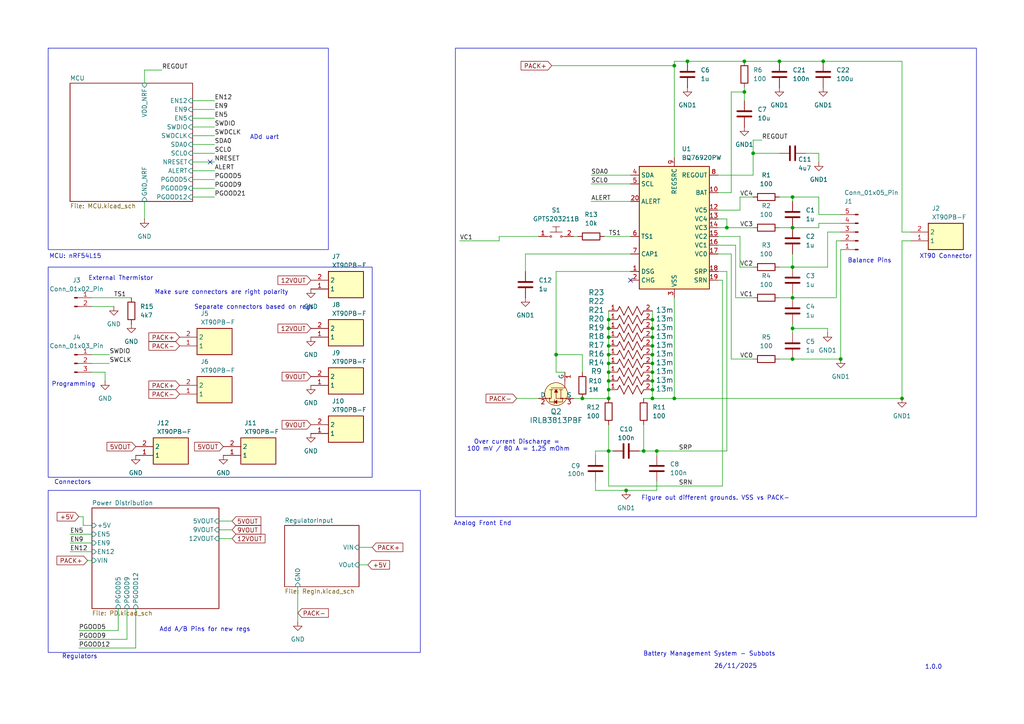
<source format=kicad_sch>
(kicad_sch (version 20250114) (generator "eeschema") (generator_version "9.0")
  (paper "A4")
  (lib_symbols
    (symbol "Battery_Management:BQ76920PW"
      (property "Reference" "U" (at -10.16 19.05 0))
      (property "Value" "BQ76920PW" (at 12.7 19.05 0))
      (symbol "BQ76920PW_1_0"
        (pin bidirectional line (at -12.7 7.62 0) (length 2.54) (name "ALERT") (number "20"))
        (pin passive line (at -12.7 -2.54 0) (length 2.54) (name "TS1") (number "6"))
        (pin passive line (at -12.7 -7.62 0) (length 2.54) (name "CAP1") (number "7"))
        (pin no_connect line (at -2.54 -17.78 90) (length 2.54) (hide yes) (name "NC") (number "11"))
        (pin power_in line (at 0 20.32 270) (length 2.54) (name "REGSRC") (number "9"))
        (pin power_out line (at 12.7 15.24 180) (length 2.54) (name "REGOUT") (number "8"))
        (pin input line (at 12.7 10.16 180) (length 2.54) (name "BAT") (number "10"))
        (pin input line (at 12.7 5.08 180) (length 2.54) (name "VC5") (number "12"))
        (pin input line (at 12.7 2.54 180) (length 2.54) (name "VC4") (number "13"))
        (pin input line (at 12.7 0 180) (length 2.54) (name "VC3") (number "14"))
        (pin input line (at 12.7 -2.54 180) (length 2.54) (name "VC2") (number "15"))
        (pin input line (at 12.7 -5.08 180) (length 2.54) (name "VC1") (number "16"))
        (pin input line (at 12.7 -7.62 180) (length 2.54) (name "VC0") (number "17"))
        (pin input line (at 12.7 -12.7 180) (length 2.54) (name "SRP") (number "18"))
        (pin input line (at 12.7 -15.24 180) (length 2.54) (name "SRN") (number "19"))
      )
      (symbol "BQ76920PW_1_1"
        (pin bidirectional line (at -12.7 15.24 0) (length 2.54) (name "SDA") (number "4"))
        (pin input line (at -12.7 12.7 0) (length 2.54) (name "SCL") (number "5"))
        (pin output line (at -12.7 -12.7 0) (length 2.54) (name "DSG") (number "1"))
        (pin output line (at -12.7 -15.24 0) (length 2.54) (name "CHG") (number "2"))
        (pin power_in line (at 0 -20.32 90) (length 2.54) (name "VSS") (number "3"))
      )
    )
    (symbol "Connector:Conn_01x02_Pin" (pin_names (offset 1.016) (hide yes))
      (property "Reference" "J" (at 0 2.54 0))
      (property "Value" "Conn_01x02_Pin" (at 0 -5.08 0))
      (symbol "Conn_01x02_Pin_1_1"
        (pin passive line (at 5.08 0 180) (length 3.81) (name "Pin_1") (number "1"))
        (pin passive line (at 5.08 -2.54 180) (length 3.81) (name "Pin_2") (number "2"))
      )
    )
    (symbol "Connector:Conn_01x03_Pin" (pin_names (offset 1.016) (hide yes))
      (property "Reference" "J" (at 0 5.08 0))
      (property "Value" "Conn_01x03_Pin" (at 0 -5.08 0))
      (symbol "Conn_01x03_Pin_1_1"
        (pin passive line (at 5.08 2.54 180) (length 3.81) (name "Pin_1") (number "1"))
        (pin passive line (at 5.08 0 180) (length 3.81) (name "Pin_2") (number "2"))
        (pin passive line (at 5.08 -2.54 180) (length 3.81) (name "Pin_3") (number "3"))
      )
    )
    (symbol "Connector:Conn_01x05_Pin" (pin_names (offset 1.016) (hide yes))
      (property "Reference" "J" (at 0 7.62 0))
      (property "Value" "Conn_01x05_Pin" (at 0 -7.62 0))
      (symbol "Conn_01x05_Pin_1_1"
        (pin passive line (at 5.08 5.08 180) (length 3.81) (name "Pin_1") (number "1"))
        (pin passive line (at 5.08 2.54 180) (length 3.81) (name "Pin_2") (number "2"))
        (pin passive line (at 5.08 0 180) (length 3.81) (name "Pin_3") (number "3"))
        (pin passive line (at 5.08 -2.54 180) (length 3.81) (name "Pin_4") (number "4"))
        (pin passive line (at 5.08 -5.08 180) (length 3.81) (name "Pin_5") (number "5"))
      )
    )
    (symbol "Device:C" (pin_numbers (hide yes)) (pin_names (offset 0.254))
      (property "Reference" "C" (at 0.635 2.54 0))
      (property "Value" "C" (at 0.635 -2.54 0))
      (symbol "C_1_1"
        (pin passive line (at 0 3.81 270) (length 2.794) (name "~") (number "1"))
        (pin passive line (at 0 -3.81 90) (length 2.794) (name "~") (number "2"))
      )
    )
    (symbol "Device:R" (pin_numbers (hide yes)) (pin_names (offset 0))
      (property "Reference" "R" (at 2.032 0 90))
      (property "Value" "R" (at 0 0 90))
      (symbol "R_1_1"
        (pin passive line (at 0 3.81 270) (length 1.27) (name "~") (number "1"))
        (pin passive line (at 0 -3.81 90) (length 1.27) (name "~") (number "2"))
      )
    )
    (symbol "LIB_XT90PB-F:XT90PB-F"
      (property "Reference" "J" (at 16.51 7.62 0))
      (property "Value" "XT90PB-F" (at 16.51 5.08 0))
      (symbol "XT90PB-F_1_1"
        (pin passive line (at 0 0 0) (length 5.08) (name "2") (number "2"))
        (pin passive line (at 0 -2.54 0) (length 5.08) (name "1") (number "1"))
      )
    )
    (symbol "dk_Pushbutton-Switches:GPTS203211B" (pin_names (offset 1.016))
      (property "Reference" "S" (at -3.81 3.81 0))
      (property "Value" "GPTS203211B" (at 0 -2.54 0))
      (symbol "GPTS203211B_1_1"
        (pin passive line (at -5.08 0 0) (length 2.54) (name "~") (number "1"))
        (pin passive line (at 5.08 0 180) (length 2.54) (name "~") (number "2"))
      )
    )
    (symbol "dk_Transistors-FETs-MOSFETs-Single:IRLB3034PBF" (pin_names (offset 0))
      (property "Reference" "Q" (at -2.6924 3.6322 0))
      (property "Value" "IRLB3034PBF" (at 3.4544 0 90))
      (symbol "IRLB3034PBF_1_1"
        (pin bidirectional line (at -7.62 -2.54 0) (length 2.54) (name "G") (number "1"))
        (pin bidirectional line (at 0 5.08 270) (length 2.54) (name "D") (number "2"))
        (pin bidirectional line (at 0 -5.08 90) (length 2.54) (name "S") (number "3"))
      )
    )
    (symbol "power:GND" (power) (pin_numbers (hide yes)) (pin_names (offset 0) (hide yes))
      (property "Value" "GND" (at 0 -3.81 0))
      (symbol "GND_1_1"
        (pin power_in line (at 0 0 270) (length 0) (name "~") (number "1"))
      )
    )
    (symbol "power:GND1" (power) (pin_numbers (hide yes)) (pin_names (offset 0) (hide yes))
      (property "Value" "GND1" (at 0 -3.81 0))
      (symbol "GND1_1_1"
        (pin power_in line (at 0 0 270) (length 0) (name "~") (number "1"))
      )
    )
    (symbol "ul_LTR100LJZPFSR015:LTR100LJZPFSR015" (pin_names (offset 0.254))
      (property "Reference" "R" (at 5.715 3.81 0))
      (property "Value" "LTR100LJZPFSR015" (at 6.35 -3.81 0))
      (symbol "LTR100LJZPFSR015_1_1"
        (pin unspecified line (at 0 0 0) (length 2.54) (name "") (number "1"))
        (pin unspecified line (at 12.7 0 180) (length 2.54) (name "") (number "2"))
      )
      (symbol "LTR100LJZPFSR015_1_2"
        (pin unspecified line (at 0 12.7 270) (length 2.54) (name "") (number "1"))
        (pin unspecified line (at 0 0 90) (length 2.54) (name "") (number "2"))
      )
    )
  )
  (rectangle (start 13.97 142.24) (end 121.92 189.23))
  (rectangle (start 13.97 77.47) (end 107.95 138.43))
  (rectangle (start 13.97 13.97) (end 95.25 72.39))
  (rectangle (start 132.08 13.97) (end 283.21 149.86))
  (text "Separate connectors based on regs\n" (at 73.66 89.154 0) (effects (font (size 1.27 1.27))))
  (text "Connectors\n" (at 21.082 139.954 0) (effects (font (size 1.27 1.27))))
  (text "Add A/B Pins for new regs\n" (at 59.436 182.626 0) (effects (font (size 1.27 1.27))))
  (text "Make sure connectors are right polarity\n" (at 64.262 84.836 0) (effects (font (size 1.27 1.27))))
  (text "Analog Front End\n" (at 139.954 151.892 0) (effects (font (size 1.27 1.27))))
  (text "ADd uart\n" (at 76.708 39.878 0) (effects (font (size 1.27 1.27))))
  (text "Regulators" (at 23.114 190.5 0) (effects (font (size 1.27 1.27))))
  (text "Balance Pins\n" (at 252.222 75.692 0) (effects (font (size 1.27 1.27))))
  (text "MCU: nRF54L15\n" (at 21.844 74.422 0) (effects (font (size 1.27 1.27))))
  (text "1.0.0\n" (at 270.764 193.548 0) (effects (font (size 1.27 1.27))))
  (text "Figure out different grounds. VSS vs PACK-" (at 207.518 144.526 0) (effects (font (size 1.27 1.27))))
  (text "External Thermistor\n" (at 35.052 80.772 0) (effects (font (size 1.27 1.27))))
  (text "26/11/2025" (at 213.36 193.294 0) (effects (font (size 1.27 1.27))))
  (text "Over current Discharge = \n100 mV / 80 A = 1.25 mOhm" (at 150.368 129.286 0) (effects (font (size 1.27 1.27))))
  (text "Battery Management System - Subbots" (at 205.74 189.738 0) (effects (font (size 1.27 1.27))))
  (text "XT90 Connector\n" (at 274.32 74.422 0) (effects (font (size 1.27 1.27))))
  (text "Programming\n" (at 21.336 111.506 0) (effects (font (size 1.27 1.27))))
  (junction (at 186.69 130.81))
  (junction (at 189.23 110.49))
  (junction (at 189.23 107.95))
  (junction (at 189.23 113.03))
  (junction (at 189.23 95.25))
  (junction (at 190.5 130.81))
  (junction (at 189.23 115.57))
  (junction (at 181.61 142.24))
  (junction (at 218.44 44.45))
  (junction (at 261.62 115.57))
  (junction (at 229.87 77.47))
  (junction (at 215.9 26.67))
  (junction (at 176.53 95.25))
  (junction (at 189.23 92.71))
  (junction (at 176.53 130.81))
  (junction (at 189.23 97.79))
  (junction (at 176.53 113.03))
  (junction (at 176.53 110.49))
  (junction (at 176.53 102.87))
  (junction (at 161.29 102.87))
  (junction (at 189.23 100.33))
  (junction (at 176.53 100.33))
  (junction (at 189.23 105.41))
  (junction (at 199.39 17.78))
  (junction (at 168.91 115.57))
  (junction (at 176.53 107.95))
  (junction (at 210.82 66.04))
  (junction (at 229.87 66.04))
  (junction (at 229.87 57.15))
  (junction (at 238.76 17.78))
  (junction (at 229.87 104.14))
  (junction (at 229.87 86.36))
  (junction (at 176.53 105.41))
  (junction (at 195.58 115.57))
  (junction (at 195.58 19.05))
  (junction (at 176.53 92.71))
  (junction (at 243.84 104.14))
  (junction (at 176.53 115.57))
  (junction (at 215.9 17.78))
  (junction (at 176.53 97.79))
  (junction (at 189.23 102.87))
  (junction (at 226.06 17.78))
  (junction (at 229.87 95.25))
  (no_connect (at 182.88 81.28))
  (no_connect (at 60.96 46.99))
  (bus_entry (at -673.1 320.04) (size 2.54 2.54))
  (bus_entry (at -787.4 276.86) (size 2.54 2.54))
  (bus_entry (at 15.24 320.04) (size 2.54 2.54))
  (bus_entry (at -707.39 326.39) (size 2.54 2.54))
  (wire (pts (xy 242.57 69.85) (xy 243.84 69.85)))
  (wire (pts (xy 189.23 90.17) (xy 189.23 92.71)))
  (wire (pts (xy 190.5 130.81) (xy 190.5 132.08)))
  (wire (pts (xy 22.86 149.86) (xy 24.13 149.86)))
  (wire (pts (xy 168.91 107.95) (xy 168.91 102.87)))
  (wire (pts (xy 226.06 44.45) (xy 218.44 44.45)))
  (wire (pts (xy 229.87 57.15) (xy 229.87 58.42)))
  (wire (pts (xy 172.72 139.7) (xy 172.72 142.24)))
  (wire (pts (xy 237.49 64.77) (xy 237.49 66.04)))
  (wire (pts (xy 63.5 156.21) (xy 67.31 156.21)))
  (wire (pts (xy 229.87 86.36) (xy 242.57 86.36)))
  (wire (pts (xy 55.88 41.91) (xy 62.23 41.91)))
  (wire (pts (xy 26.67 107.95) (xy 30.48 107.95)))
  (wire (pts (xy 161.29 102.87) (xy 161.29 78.74)))
  (wire (pts (xy 209.55 140.97) (xy 209.55 81.28)))
  (wire (pts (xy 261.62 67.31) (xy 261.62 17.78)))
  (wire (pts (xy 176.53 97.79) (xy 176.53 100.33)))
  (wire (pts (xy 214.63 77.47) (xy 214.63 68.58)))
  (wire (pts (xy 144.78 68.58) (xy 156.21 68.58)))
  (wire (pts (xy 195.58 115.57) (xy 195.58 86.36)))
  (wire (pts (xy 190.5 139.7) (xy 190.5 142.24)))
  (wire (pts (xy 214.63 60.96) (xy 214.63 57.15)))
  (wire (pts (xy 240.03 95.25) (xy 229.87 95.25)))
  (wire (pts (xy 208.28 66.04) (xy 210.82 66.04)))
  (wire (pts (xy 226.06 66.04) (xy 229.87 66.04)))
  (wire (pts (xy 26.67 105.41) (xy 31.75 105.41)))
  (wire (pts (xy 213.36 86.36) (xy 218.44 86.36)))
  (wire (pts (xy 243.84 72.39) (xy 243.84 104.14)))
  (wire (pts (xy 264.16 69.85) (xy 261.62 69.85)))
  (wire (pts (xy 24.13 152.4) (xy 26.67 152.4)))
  (wire (pts (xy 63.5 151.13) (xy 67.31 151.13)))
  (wire (pts (xy 240.03 96.52) (xy 240.03 95.25)))
  (wire (pts (xy 55.88 49.53) (xy 62.23 49.53)))
  (wire (pts (xy 41.91 58.42) (xy 41.91 63.5)))
  (wire (pts (xy 171.45 50.8) (xy 182.88 50.8)))
  (wire (pts (xy 176.53 90.17) (xy 176.53 92.71)))
  (wire (pts (xy 189.23 110.49) (xy 189.23 113.03)))
  (wire (pts (xy 168.91 115.57) (xy 176.53 115.57)))
  (wire (pts (xy 55.88 52.07) (xy 62.23 52.07)))
  (wire (pts (xy 242.57 86.36) (xy 242.57 69.85)))
  (wire (pts (xy 172.72 130.81) (xy 172.72 132.08)))
  (wire (pts (xy 22.86 185.42) (xy 36.83 185.42)))
  (wire (pts (xy 176.53 92.71) (xy 176.53 95.25)))
  (wire (pts (xy 34.29 182.88) (xy 34.29 176.53)))
  (wire (pts (xy 55.88 29.21) (xy 62.23 29.21)))
  (wire (pts (xy 189.23 107.95) (xy 189.23 110.49)))
  (wire (pts (xy 161.29 107.95) (xy 163.83 107.95)))
  (wire (pts (xy 104.14 163.83) (xy 106.68 163.83)))
  (wire (pts (xy 229.87 77.47) (xy 226.06 77.47)))
  (wire (pts (xy 86.36 170.18) (xy 86.36 180.34)))
  (wire (pts (xy 233.68 44.45) (xy 237.49 44.45)))
  (wire (pts (xy 30.48 107.95) (xy 30.48 110.49)))
  (wire (pts (xy 229.87 73.66) (xy 229.87 77.47)))
  (wire (pts (xy 55.88 57.15) (xy 62.23 57.15)))
  (wire (pts (xy 195.58 19.05) (xy 195.58 45.72)))
  (wire (pts (xy 168.91 102.87) (xy 161.29 102.87)))
  (wire (pts (xy 238.76 17.78) (xy 261.62 17.78)))
  (wire (pts (xy 212.09 73.66) (xy 208.28 73.66)))
  (wire (pts (xy 189.23 95.25) (xy 189.23 97.79)))
  (wire (pts (xy 39.37 187.96) (xy 39.37 176.53)))
  (wire (pts (xy 237.49 57.15) (xy 237.49 62.23)))
  (wire (pts (xy 212.09 55.88) (xy 212.09 26.67)))
  (wire (pts (xy 261.62 69.85) (xy 261.62 115.57)))
  (wire (pts (xy 25.4 162.56) (xy 26.67 162.56)))
  (wire (pts (xy 55.88 39.37) (xy 62.23 39.37)))
  (wire (pts (xy 215.9 17.78) (xy 199.39 17.78)))
  (wire (pts (xy 186.69 123.19) (xy 186.69 130.81)))
  (wire (pts (xy 226.06 17.78) (xy 238.76 17.78)))
  (wire (pts (xy 195.58 115.57) (xy 261.62 115.57)))
  (wire (pts (xy 195.58 19.05) (xy 195.58 17.78)))
  (wire (pts (xy 237.49 62.23) (xy 243.84 62.23)))
  (wire (pts (xy 36.83 185.42) (xy 36.83 176.53)))
  (wire (pts (xy 214.63 77.47) (xy 218.44 77.47)))
  (wire (pts (xy 229.87 93.98) (xy 229.87 95.25)))
  (wire (pts (xy 229.87 85.09) (xy 229.87 86.36)))
  (wire (pts (xy 218.44 50.8) (xy 208.28 50.8)))
  (wire (pts (xy 208.28 60.96) (xy 214.63 60.96)))
  (wire (pts (xy 237.49 44.45) (xy 237.49 46.99)))
  (wire (pts (xy 24.13 149.86) (xy 24.13 152.4)))
  (wire (pts (xy 176.53 102.87) (xy 176.53 105.41)))
  (wire (pts (xy 189.23 100.33) (xy 189.23 102.87)))
  (wire (pts (xy 20.32 157.48) (xy 26.67 157.48)))
  (wire (pts (xy 144.78 68.58) (xy 144.78 69.85)))
  (wire (pts (xy 214.63 57.15) (xy 218.44 57.15)))
  (wire (pts (xy 240.03 67.31) (xy 240.03 77.47)))
  (wire (pts (xy 175.26 68.58) (xy 182.88 68.58)))
  (wire (pts (xy 55.88 54.61) (xy 62.23 54.61)))
  (wire (pts (xy 20.32 154.94) (xy 26.67 154.94)))
  (wire (pts (xy 176.53 113.03) (xy 176.53 115.57)))
  (wire (pts (xy 189.23 92.71) (xy 189.23 95.25)))
  (wire (pts (xy 176.53 130.81) (xy 177.8 130.81)))
  (wire (pts (xy 55.88 46.99) (xy 62.23 46.99)))
  (wire (pts (xy 229.87 104.14) (xy 243.84 104.14)))
  (wire (pts (xy 212.09 26.67) (xy 215.9 26.67)))
  (wire (pts (xy 26.67 88.9) (xy 33.02 88.9)))
  (wire (pts (xy 176.53 100.33) (xy 176.53 102.87)))
  (wire (pts (xy 264.16 67.31) (xy 261.62 67.31)))
  (wire (pts (xy 55.88 44.45) (xy 62.23 44.45)))
  (wire (pts (xy 186.69 130.81) (xy 190.5 130.81)))
  (wire (pts (xy 171.45 53.34) (xy 182.88 53.34)))
  (wire (pts (xy 176.53 140.97) (xy 176.53 130.81)))
  (wire (pts (xy 166.37 68.58) (xy 167.64 68.58)))
  (wire (pts (xy 215.9 26.67) (xy 215.9 29.21)))
  (wire (pts (xy 209.55 140.97) (xy 176.53 140.97)))
  (wire (pts (xy 189.23 113.03) (xy 189.23 115.57)))
  (wire (pts (xy 229.87 66.04) (xy 237.49 66.04)))
  (wire (pts (xy 226.06 86.36) (xy 229.87 86.36)))
  (wire (pts (xy 212.09 104.14) (xy 212.09 73.66)))
  (wire (pts (xy 229.87 95.25) (xy 229.87 96.52)))
  (wire (pts (xy 171.45 58.42) (xy 182.88 58.42)))
  (wire (pts (xy 172.72 130.81) (xy 176.53 130.81)))
  (wire (pts (xy 215.9 25.4) (xy 215.9 26.67)))
  (wire (pts (xy 226.06 104.14) (xy 229.87 104.14)))
  (wire (pts (xy 26.67 86.36) (xy 38.1 86.36)))
  (wire (pts (xy 185.42 130.81) (xy 186.69 130.81)))
  (wire (pts (xy 22.86 182.88) (xy 34.29 182.88)))
  (wire (pts (xy 243.84 64.77) (xy 237.49 64.77)))
  (wire (pts (xy 55.88 36.83) (xy 62.23 36.83)))
  (wire (pts (xy 226.06 57.15) (xy 229.87 57.15)))
  (wire (pts (xy 218.44 44.45) (xy 218.44 50.8)))
  (wire (pts (xy 176.53 95.25) (xy 176.53 97.79)))
  (wire (pts (xy 144.78 69.85) (xy 133.35 69.85)))
  (wire (pts (xy 214.63 68.58) (xy 208.28 68.58)))
  (wire (pts (xy 63.5 153.67) (xy 67.31 153.67)))
  (wire (pts (xy 55.88 31.75) (xy 62.23 31.75)))
  (wire (pts (xy 149.86 115.57) (xy 156.21 115.57)))
  (wire (pts (xy 41.91 20.32) (xy 41.91 24.13)))
  (wire (pts (xy 210.82 130.81) (xy 210.82 78.74)))
  (wire (pts (xy 104.14 158.75) (xy 107.95 158.75)))
  (wire (pts (xy 218.44 40.64) (xy 220.98 40.64)))
  (wire (pts (xy 161.29 107.95) (xy 161.29 102.87)))
  (wire (pts (xy 166.37 115.57) (xy 168.91 115.57)))
  (wire (pts (xy 213.36 71.12) (xy 208.28 71.12)))
  (wire (pts (xy 212.09 104.14) (xy 218.44 104.14)))
  (wire (pts (xy 182.88 73.66) (xy 152.4 73.66)))
  (wire (pts (xy 189.23 105.41) (xy 189.23 107.95)))
  (wire (pts (xy 215.9 17.78) (xy 226.06 17.78)))
  (wire (pts (xy 161.29 78.74) (xy 182.88 78.74)))
  (wire (pts (xy 172.72 142.24) (xy 181.61 142.24)))
  (wire (pts (xy 189.23 115.57) (xy 195.58 115.57)))
  (wire (pts (xy 213.36 86.36) (xy 213.36 71.12)))
  (wire (pts (xy 195.58 17.78) (xy 199.39 17.78)))
  (wire (pts (xy 176.53 123.19) (xy 176.53 130.81)))
  (wire (pts (xy 190.5 130.81) (xy 210.82 130.81)))
  (wire (pts (xy 46.99 20.32) (xy 41.91 20.32)))
  (wire (pts (xy 210.82 63.5) (xy 210.82 66.04)))
  (wire (pts (xy 210.82 78.74) (xy 208.28 78.74)))
  (wire (pts (xy 181.61 142.24) (xy 190.5 142.24)))
  (wire (pts (xy 20.32 160.02) (xy 26.67 160.02)))
  (wire (pts (xy 240.03 77.47) (xy 229.87 77.47)))
  (wire (pts (xy 176.53 105.41) (xy 176.53 107.95)))
  (wire (pts (xy 189.23 102.87) (xy 189.23 105.41)))
  (wire (pts (xy 55.88 34.29) (xy 62.23 34.29)))
  (wire (pts (xy 186.69 115.57) (xy 189.23 115.57)))
  (wire (pts (xy 189.23 97.79) (xy 189.23 100.33)))
  (wire (pts (xy 208.28 63.5) (xy 210.82 63.5)))
  (wire (pts (xy 209.55 81.28) (xy 208.28 81.28)))
  (wire (pts (xy 229.87 57.15) (xy 237.49 57.15)))
  (wire (pts (xy 26.67 102.87) (xy 31.75 102.87)))
  (wire (pts (xy 243.84 67.31) (xy 240.03 67.31)))
  (wire (pts (xy 176.53 110.49) (xy 176.53 113.03)))
  (wire (pts (xy 160.02 19.05) (xy 195.58 19.05)))
  (wire (pts (xy 152.4 73.66) (xy 152.4 78.74)))
  (wire (pts (xy 208.28 55.88) (xy 212.09 55.88)))
  (wire (pts (xy 210.82 66.04) (xy 218.44 66.04)))
  (wire (pts (xy 22.86 187.96) (xy 39.37 187.96)))
  (wire (pts (xy 176.53 107.95) (xy 176.53 110.49)))
  (wire (pts (xy 218.44 40.64) (xy 218.44 44.45)))
  (label "SWCLK" (at 31.75 105.41 0))
  (label "SWDIO" (at 62.23 36.83 0))
  (label "VC3" (at 214.63 66.04 0))
  (label "EN9" (at 62.23 31.75 0))
  (label "VC1" (at 133.35 69.85 0))
  (label "SWDIO" (at 31.75 102.87 0))
  (label "VC0" (at 214.63 104.14 0))
  (label "REGOUT" (at 46.99 20.32 0))
  (label "VC1" (at 214.63 86.36 0))
  (label "EN5" (at 62.23 34.29 0))
  (label "VC4" (at 214.63 57.15 0))
  (label "SDA0" (at 62.23 41.91 0))
  (label "SDA0" (at 171.45 50.8 0))
  (label "ALERT" (at 62.23 49.53 0))
  (label "EN5" (at 20.32 154.94 0))
  (label "EN12" (at 20.32 160.02 0))
  (label "SRP" (at 196.85 130.81 0))
  (label "SCL0" (at 171.45 53.34 0))
  (label "PGOOD9" (at 62.23 54.61 0))
  (label "ALERT" (at 171.45 58.42 0))
  (label "PGOOD21" (at 62.23 57.15 0))
  (label "VC2" (at 214.63 77.47 0))
  (label "SCL0" (at 62.23 44.45 0))
  (label "EN12" (at 62.23 29.21 0))
  (label "PGOOD9" (at 22.86 185.42 0))
  (label "NRESET" (at 62.23 46.99 0))
  (label "REGOUT" (at 220.98 40.64 0))
  (label "PGOOD5" (at 22.86 182.88 0))
  (label "PGOOD12" (at 22.86 187.96 0))
  (label "EN9" (at 20.32 157.48 0))
  (label "TS1" (at 176.53 68.58 0))
  (label "PGOOD5" (at 62.23 52.07 0))
  (label "TS1" (at 33.02 86.36 0))
  (label "SRN" (at 196.85 140.97 0))
  (label "SWDCLK" (at 62.23 39.37 0))
  (global_label "12VOUT" (shape input) (at 90.17 95.25 180) (property "Intersheetrefs" "${INTERSHEET_REFS}" (effects (hide yes))))
  (global_label "PACK-" (shape input) (at 52.07 114.3 180) (property "Intersheetrefs" "${INTERSHEET_REFS}" (effects (hide yes))))
  (global_label "PACK-" (shape input) (at 149.86 115.57 180) (property "Intersheetrefs" "${INTERSHEET_REFS}" (effects (hide yes))))
  (global_label "9VOUT" (shape input) (at 90.17 109.22 180) (property "Intersheetrefs" "${INTERSHEET_REFS}" (effects (hide yes))))
  (global_label "PACK-" (shape input) (at 86.36 177.8 0) (property "Intersheetrefs" "${INTERSHEET_REFS}" (effects (hide yes))))
  (global_label "PACK+" (shape input) (at 25.4 162.56 180) (property "Intersheetrefs" "${INTERSHEET_REFS}" (effects (hide yes))))
  (global_label "5VOUT" (shape input) (at 67.31 151.13 0) (property "Intersheetrefs" "${INTERSHEET_REFS}" (effects (hide yes))))
  (global_label "5VOUT" (shape input) (at 64.77 129.54 180) (property "Intersheetrefs" "${INTERSHEET_REFS}" (effects (hide yes))))
  (global_label "PACK+" (shape input) (at 107.95 158.75 0) (property "Intersheetrefs" "${INTERSHEET_REFS}" (effects (hide yes))))
  (global_label "12VOUT" (shape input) (at 67.31 156.21 0) (property "Intersheetrefs" "${INTERSHEET_REFS}" (effects (hide yes))))
  (global_label "9VOUT" (shape input) (at 67.31 153.67 0) (property "Intersheetrefs" "${INTERSHEET_REFS}" (effects (hide yes))))
  (global_label "PACK+" (shape input) (at 160.02 19.05 180) (property "Intersheetrefs" "${INTERSHEET_REFS}" (effects (hide yes))))
  (global_label "+5V" (shape input) (at 22.86 149.86 180) (property "Intersheetrefs" "${INTERSHEET_REFS}" (effects (hide yes))))
  (global_label "PACK+" (shape input) (at 52.07 111.76 180) (property "Intersheetrefs" "${INTERSHEET_REFS}" (effects (hide yes))))
  (global_label "5VOUT" (shape input) (at 39.37 129.54 180) (property "Intersheetrefs" "${INTERSHEET_REFS}" (effects (hide yes))))
  (global_label "9VOUT" (shape input) (at 90.17 123.19 180) (property "Intersheetrefs" "${INTERSHEET_REFS}" (effects (hide yes))))
  (global_label "12VOUT" (shape input) (at 90.17 81.28 180) (property "Intersheetrefs" "${INTERSHEET_REFS}" (effects (hide yes))))
  (global_label "+5V" (shape input) (at 106.68 163.83 0) (property "Intersheetrefs" "${INTERSHEET_REFS}" (effects (hide yes))))
  (global_label "PACK-" (shape input) (at 52.07 100.33 180) (property "Intersheetrefs" "${INTERSHEET_REFS}" (effects (hide yes))))
  (global_label "PACK+" (shape input) (at 52.07 97.79 180) (property "Intersheetrefs" "${INTERSHEET_REFS}" (effects (hide yes))))
  (symbol (lib_id "Device:R") (at 222.25 86.36 90) (unit 1)
    (property "Reference" "R4" (at 222.25 80.01 90))
    (property "Value" "100" (at 222.25 82.55 90))
    (property "Footprint" "Resistor_SMD:R_0805_2012Metric_Pad1.20x1.40mm_HandSolder" (effects (hide yes)))
    (property "Description" "Resistor" (effects (hide yes)))
  )
  (symbol (lib_id "ul_LTR100LJZPFSR015:LTR100LJZPFSR015") (at 176.53 95.25 0) (unit 1)
    (property "Reference" "R21" (at 172.974 89.916 0) (effects (font (size 1.524 1.524))))
    (property "Value" "13m" (at 192.786 94.996 0) (effects (font (size 1.524 1.524))))
    (property "Footprint" "ul_LTR100LJZPFSR015:RES_LTR100L_ROM" (effects (hide yes)))
    (property "Datasheet" "LTR100LJZPFSR015" (effects (hide yes)))
  )
  (symbol (lib_id "power:GND1") (at 238.76 25.4 0) (unit 1)
    (property "Reference" "#PWR014" (effects (hide yes)))
    (property "Value" "GND1" (at 238.76 30.48 0))
    (property "Description" "Power symbol creates a global label with name \"GND1\" , ground" (effects (hide yes)))
  )
  (symbol (lib_id "power:GND1") (at 243.84 104.14 0) (unit 1)
    (property "Reference" "#PWR036" (effects (hide yes)))
    (property "Value" "GND1" (at 243.84 109.22 0))
    (property "Description" "Power symbol creates a global label with name \"GND1\" , ground" (effects (hide yes)))
  )
  (symbol (lib_id "ul_LTR100LJZPFSR015:LTR100LJZPFSR015") (at 176.53 110.49 0) (unit 1)
    (property "Reference" "R14" (at 172.974 105.156 0) (effects (font (size 1.524 1.524))))
    (property "Value" "13m" (at 192.786 110.236 0) (effects (font (size 1.524 1.524))))
    (property "Footprint" "ul_LTR100LJZPFSR015:RES_LTR100L_ROM" (effects (hide yes)))
    (property "Datasheet" "LTR100LJZPFSR015" (effects (hide yes)))
  )
  (symbol (lib_id "Device:R") (at 222.25 77.47 90) (unit 1)
    (property "Reference" "R3" (at 222.25 71.12 90))
    (property "Value" "100" (at 222.25 73.66 90))
    (property "Footprint" "Resistor_SMD:R_0805_2012Metric_Pad1.20x1.40mm_HandSolder" (effects (hide yes)))
    (property "Description" "Resistor" (effects (hide yes)))
  )
  (symbol (lib_id "power:GND1") (at 215.9 36.83 0) (unit 1)
    (property "Reference" "#PWR03" (effects (hide yes)))
    (property "Value" "GND1" (at 215.9 41.91 0))
    (property "Description" "Power symbol creates a global label with name \"GND1\" , ground" (effects (hide yes)))
  )
  (symbol (lib_id "Device:C") (at 229.87 90.17 0) (unit 1)
    (property "Reference" "C4" (at 233.68 88.8999 0) (effects (justify left)))
    (property "Value" "1u" (at 233.68 91.4399 0) (effects (justify left)))
    (property "Footprint" "Capacitor_SMD:C_0805_2012Metric_Pad1.18x1.45mm_HandSolder" (effects (hide yes)))
    (property "Description" "Unpolarized capacitor" (effects (hide yes)))
  )
  (symbol (lib_id "Device:C") (at 199.39 21.59 0) (unit 1)
    (property "Reference" "C6" (at 203.2 20.3199 0) (effects (justify left)))
    (property "Value" "1u" (at 203.2 22.8599 0) (effects (justify left)))
    (property "Footprint" "Capacitor_SMD:C_0805_2012Metric_Pad1.18x1.45mm_HandSolder" (effects (hide yes)))
    (property "Description" "Unpolarized capacitor" (effects (hide yes)))
  )
  (symbol (lib_id "dk_Pushbutton-Switches:GPTS203211B") (at 161.29 68.58 0) (unit 1)
    (property "Reference" "S1" (at 161.29 60.96 0))
    (property "Value" "GPTS203211B" (at 161.29 63.5 0))
    (property "Footprint" "digikey-footprints:PushButton_12x12mm_THT_GPTS203211B" (effects (hide yes)))
    (property "Datasheet" "http://switches-connectors-custom.cwind.com/Asset/GPTS203211BR2.pdf" (effects (hide yes)))
    (property "Description" "SWITCH PUSHBUTTON SPST 1A 30V" (effects (hide yes)))
    (property "Digi-Key_PN" "CW181-ND" (effects (hide yes)))
    (property "MPN" "GPTS203211B" (effects (hide yes)))
    (property "Category" "Switches" (effects (hide yes)))
    (property "Family" "Pushbutton Switches" (effects (hide yes)))
    (property "DK_Datasheet_Link" "http://switches-connectors-custom.cwind.com/Asset/GPTS203211BR2.pdf" (effects (hide yes)))
    (property "DK_Detail_Page" "/product-detail/en/cw-industries/GPTS203211B/CW181-ND/3190590" (effects (hide yes)))
    (property "Description_1" "SWITCH PUSHBUTTON SPST 1A 30V" (effects (hide yes)))
    (property "Manufacturer" "CW Industries" (effects (hide yes)))
    (property "Status" "Active" (effects (hide yes)))
  )
  (symbol (lib_id "Device:R") (at 176.53 119.38 0) (mirror x) (unit 1)
    (property "Reference" "R12" (at 173.99 118.1099 0) (effects (justify right)))
    (property "Value" "100" (at 173.99 120.6499 0) (effects (justify right)))
    (property "Footprint" "Resistor_SMD:R_0805_2012Metric_Pad1.20x1.40mm_HandSolder" (effects (hide yes)))
    (property "Description" "Resistor" (effects (hide yes)))
  )
  (symbol (lib_id "Device:R") (at 222.25 57.15 90) (unit 1)
    (property "Reference" "R1" (at 222.25 50.8 90))
    (property "Value" "100" (at 222.25 53.34 90))
    (property "Footprint" "Resistor_SMD:R_0805_2012Metric_Pad1.20x1.40mm_HandSolder" (effects (hide yes)))
    (property "Description" "Resistor" (effects (hide yes)))
  )
  (symbol (lib_id "Connector:Conn_01x05_Pin") (at 248.92 67.31 180) (unit 1)
    (property "Reference" "J1" (at 244.856 58.42 0) (effects (justify right)))
    (property "Value" "Conn_01x05_Pin" (at 244.856 55.88 0) (effects (justify right)))
    (property "Footprint" "Connector_JST:JST_XH_B5B-XH-A_1x05_P2.50mm_Vertical" (effects (hide yes)))
    (property "Description" "Generic connector, single row, 01x05, script generated" (effects (hide yes)))
  )
  (symbol (lib_id "power:GND") (at 33.02 88.9 0) (unit 1)
    (property "Reference" "#PWR09" (effects (hide yes)))
    (property "Value" "GND" (at 33.02 93.98 0))
    (property "Description" "Power symbol creates a global label with name \"GND\" , ground" (effects (hide yes)))
  )
  (symbol (lib_id "power:GND") (at 41.91 63.5 0) (unit 1)
    (property "Reference" "#PWR06" (effects (hide yes)))
    (property "Value" "GND" (at 41.91 68.58 0))
    (property "Description" "Power symbol creates a global label with name \"GND\" , ground" (effects (hide yes)))
  )
  (symbol (lib_id "Device:C") (at 172.72 135.89 0) (unit 1)
    (property "Reference" "C9" (at 165.608 135.128 0) (effects (justify left)))
    (property "Value" "100n" (at 164.592 137.414 0) (effects (justify left)))
    (property "Footprint" "Capacitor_SMD:C_0805_2012Metric_Pad1.18x1.45mm_HandSolder" (effects (hide yes)))
    (property "Description" "Unpolarized capacitor" (effects (hide yes)))
  )
  (symbol (lib_id "power:GND") (at 39.37 132.08 0) (unit 1)
    (property "Reference" "#PWR056" (effects (hide yes)))
    (property "Value" "GND" (at 39.37 137.16 0))
    (property "Description" "Power symbol creates a global label with name \"GND\" , ground" (effects (hide yes)))
  )
  (symbol (lib_id "Battery_Management:BQ76920PW") (at 195.58 66.04 0) (unit 1)
    (property "Reference" "U1" (at 197.7233 43.18 0) (effects (justify left)))
    (property "Value" "BQ76920PW" (at 197.7233 45.72 0) (effects (justify left)))
    (property "Footprint" "Package_SO:TSSOP-20_4.4x6.5mm_P0.65mm" (effects (hide yes)))
    (property "Datasheet" "http://www.ti.com/lit/ds/symlink/bq76920.pdf" (effects (hide yes)))
    (property "Description" "Lithium battery monitor, 3-5 cells, integrated balancing, I2C interface, TSSOP-20" (effects (hide yes)))
  )
  (symbol (lib_id "LIB_XT90PB-F:XT90PB-F") (at 264.16 67.31 0) (unit 1)
    (property "Reference" "J2" (at 270.256 60.452 0) (effects (justify left)))
    (property "Value" "XT90PB-F" (at 270.256 62.992 0) (effects (justify left)))
    (property "Footprint" "XT90PB-F:XT90PBF" (effects (hide yes)))
    (property "Datasheet" "https://www.china-amass.com/biao/439.html" (effects (hide yes)))
    (property "Description" "Connector: DC supply; socket; XT90; female; PIN: 2; on PCBs; THT" (effects (hide yes)))
    (property "Height" "19.7" (effects (hide yes)))
    (property "Manufacturer_Name" "Amass" (effects (hide yes)))
    (property "Manufacturer_Part_Number" "XT90PB-F" (effects (hide yes)))
  )
  (symbol (lib_id "Device:C") (at 238.76 21.59 0) (unit 1)
    (property "Reference" "C22" (at 242.57 20.3199 0) (effects (justify left)))
    (property "Value" "100u" (at 242.57 22.8599 0) (effects (justify left)))
    (property "Footprint" "Capacitor_SMD:C_0805_2012Metric_Pad1.18x1.45mm_HandSolder" (effects (hide yes)))
    (property "Description" "Unpolarized capacitor" (effects (hide yes)))
  )
  (symbol (lib_id "LIB_XT90PB-F:XT90PB-F") (at 52.07 97.79 0) (unit 1)
    (property "Reference" "J5" (at 58.166 90.932 0) (effects (justify left)))
    (property "Value" "XT90PB-F" (at 58.166 93.472 0) (effects (justify left)))
    (property "Footprint" "XT90PB-F:XT90PBF" (effects (hide yes)))
    (property "Datasheet" "https://www.china-amass.com/biao/439.html" (effects (hide yes)))
    (property "Description" "Connector: DC supply; socket; XT90; female; PIN: 2; on PCBs; THT" (effects (hide yes)))
    (property "Height" "19.7" (effects (hide yes)))
    (property "Manufacturer_Name" "Amass" (effects (hide yes)))
    (property "Manufacturer_Part_Number" "XT90PB-F" (effects (hide yes)))
  )
  (symbol (lib_id "power:GND1") (at 240.03 96.52 0) (unit 1)
    (property "Reference" "#PWR01" (effects (hide yes)))
    (property "Value" "GND1" (at 240.03 101.6 0))
    (property "Description" "Power symbol creates a global label with name \"GND1\" , ground" (effects (hide yes)))
  )
  (symbol (lib_id "Connector:Conn_01x03_Pin") (at 21.59 105.41 0) (unit 1)
    (property "Reference" "J4" (at 22.225 97.79 0))
    (property "Value" "Conn_01x03_Pin" (at 22.225 100.33 0))
    (property "Footprint" "Connector_PinHeader_2.54mm:PinHeader_1x03_P2.54mm_Vertical" (effects (hide yes)))
    (property "Description" "Generic connector, single row, 01x03, script generated" (effects (hide yes)))
  )
  (symbol (lib_id "power:GND1") (at 237.49 46.99 0) (unit 1)
    (property "Reference" "#PWR07" (effects (hide yes)))
    (property "Value" "GND1" (at 237.49 52.07 0))
    (property "Description" "Power symbol creates a global label with name \"GND1\" , ground" (effects (hide yes)))
  )
  (symbol (lib_id "Device:C") (at 229.87 69.85 0) (unit 1)
    (property "Reference" "C2" (at 233.68 68.5799 0) (effects (justify left)))
    (property "Value" "1u" (at 233.68 71.1199 0) (effects (justify left)))
    (property "Footprint" "Capacitor_SMD:C_0805_2012Metric_Pad1.18x1.45mm_HandSolder" (effects (hide yes)))
    (property "Description" "Unpolarized capacitor" (effects (hide yes)))
  )
  (symbol (lib_id "ul_LTR100LJZPFSR015:LTR100LJZPFSR015") (at 176.53 97.79 0) (unit 1)
    (property "Reference" "R20" (at 172.974 92.456 0) (effects (font (size 1.524 1.524))))
    (property "Value" "13m" (at 192.786 97.536 0) (effects (font (size 1.524 1.524))))
    (property "Footprint" "ul_LTR100LJZPFSR015:RES_LTR100L_ROM" (effects (hide yes)))
    (property "Datasheet" "LTR100LJZPFSR015" (effects (hide yes)))
  )
  (symbol (lib_id "power:GND") (at 38.1 93.98 0) (unit 1)
    (property "Reference" "#PWR011" (effects (hide yes)))
    (property "Value" "GND" (at 38.1 99.06 0))
    (property "Description" "Power symbol creates a global label with name \"GND\" , ground" (effects (hide yes)))
  )
  (symbol (lib_id "dk_Transistors-FETs-MOSFETs-Single:IRLB3034PBF") (at 161.29 115.57 90) (mirror x) (unit 1)
    (property "Reference" "Q2" (at 161.29 119.38 90) (effects (font (size 1.524 1.524))))
    (property "Value" "IRLB3813PBF" (at 161.29 121.92 90) (effects (font (size 1.524 1.524))))
    (property "Footprint" "digikey-footprints:TO-220-3" (effects (hide yes)))
    (property "Datasheet" "https://www.infineon.com/dgdl/irlb3034pbf.pdf?fileId=5546d462533600a40153566027b22585" (effects (hide yes)))
    (property "Description" "MOSFET N-CH 40V 195A TO220AB" (effects (hide yes)))
    (property "Digi-Key_PN" "IRLB3034PBF-ND" (effects (hide yes)))
    (property "MPN" "IRLB3034PBF" (effects (hide yes)))
    (property "Category" "Discrete Semiconductor Products" (effects (hide yes)))
    (property "Family" "Transistors - FETs, MOSFETs - Single" (effects (hide yes)))
    (property "DK_Datasheet_Link" "https://www.infineon.com/dgdl/irlb3034pbf.pdf?fileId=5546d462533600a40153566027b22585" (effects (hide yes)))
    (property "DK_Detail_Page" "/product-detail/en/infineon-technologies/IRLB3034PBF/IRLB3034PBF-ND/2096638" (effects (hide yes)))
    (property "Description_1" "MOSFET N-CH 40V 195A TO220AB" (effects (hide yes)))
    (property "Manufacturer" "Infineon Technologies" (effects (hide yes)))
    (property "Status" "Active" (effects (hide yes)))
  )
  (symbol (lib_id "power:GND1") (at 181.61 142.24 0) (unit 1)
    (property "Reference" "#PWR035" (effects (hide yes)))
    (property "Value" "GND1" (at 181.61 147.32 0))
    (property "Description" "Power symbol creates a global label with name \"GND1\" , ground" (effects (hide yes)))
  )
  (symbol (lib_id "Device:R") (at 222.25 66.04 90) (unit 1)
    (property "Reference" "R2" (at 222.25 59.69 90))
    (property "Value" "100" (at 222.25 62.23 90))
    (property "Footprint" "Resistor_SMD:R_0805_2012Metric_Pad1.20x1.40mm_HandSolder" (effects (hide yes)))
    (property "Description" "Resistor" (effects (hide yes)))
  )
  (symbol (lib_id "Device:C") (at 226.06 21.59 0) (unit 1)
    (property "Reference" "C21" (at 229.87 20.3199 0) (effects (justify left)))
    (property "Value" "100n" (at 229.87 22.8599 0) (effects (justify left)))
    (property "Footprint" "Capacitor_SMD:C_0805_2012Metric_Pad1.18x1.45mm_HandSolder" (effects (hide yes)))
    (property "Description" "Unpolarized capacitor" (effects (hide yes)))
  )
  (symbol (lib_id "LIB_XT90PB-F:XT90PB-F") (at 39.37 129.54 0) (unit 1)
    (property "Reference" "J12" (at 45.466 122.682 0) (effects (justify left)))
    (property "Value" "XT90PB-F" (at 45.466 125.222 0) (effects (justify left)))
    (property "Footprint" "XT90PB-F:XT90PBF" (effects (hide yes)))
    (property "Datasheet" "https://www.china-amass.com/biao/439.html" (effects (hide yes)))
    (property "Description" "Connector: DC supply; socket; XT90; female; PIN: 2; on PCBs; THT" (effects (hide yes)))
    (property "Height" "19.7" (effects (hide yes)))
    (property "Manufacturer_Name" "Amass" (effects (hide yes)))
    (property "Manufacturer_Part_Number" "XT90PB-F" (effects (hide yes)))
  )
  (symbol (lib_id "LIB_XT90PB-F:XT90PB-F") (at 90.17 95.25 0) (unit 1)
    (property "Reference" "J8" (at 96.266 88.392 0) (effects (justify left)))
    (property "Value" "XT90PB-F" (at 96.266 90.932 0) (effects (justify left)))
    (property "Footprint" "XT90PB-F:XT90PBF" (effects (hide yes)))
    (property "Datasheet" "https://www.china-amass.com/biao/439.html" (effects (hide yes)))
    (property "Description" "Connector: DC supply; socket; XT90; female; PIN: 2; on PCBs; THT" (effects (hide yes)))
    (property "Height" "19.7" (effects (hide yes)))
    (property "Manufacturer_Name" "Amass" (effects (hide yes)))
    (property "Manufacturer_Part_Number" "XT90PB-F" (effects (hide yes)))
  )
  (symbol (lib_id "ul_LTR100LJZPFSR015:LTR100LJZPFSR015") (at 176.53 105.41 0) (unit 1)
    (property "Reference" "R17" (at 172.974 100.076 0) (effects (font (size 1.524 1.524))))
    (property "Value" "13m" (at 192.786 105.156 0) (effects (font (size 1.524 1.524))))
    (property "Footprint" "ul_LTR100LJZPFSR015:RES_LTR100L_ROM" (effects (hide yes)))
    (property "Datasheet" "LTR100LJZPFSR015" (effects (hide yes)))
  )
  (symbol (lib_id "ul_LTR100LJZPFSR015:LTR100LJZPFSR015") (at 176.53 92.71 0) (unit 1)
    (property "Reference" "R22" (at 172.974 87.376 0) (effects (font (size 1.524 1.524))))
    (property "Value" "13m" (at 192.786 92.456 0) (effects (font (size 1.524 1.524))))
    (property "Footprint" "ul_LTR100LJZPFSR015:RES_LTR100L_ROM" (effects (hide yes)))
    (property "Datasheet" "LTR100LJZPFSR015" (effects (hide yes)))
  )
  (symbol (lib_id "LIB_XT90PB-F:XT90PB-F") (at 90.17 123.19 0) (unit 1)
    (property "Reference" "J10" (at 96.266 116.332 0) (effects (justify left)))
    (property "Value" "XT90PB-F" (at 96.266 118.872 0) (effects (justify left)))
    (property "Footprint" "XT90PB-F:XT90PBF" (effects (hide yes)))
    (property "Datasheet" "https://www.china-amass.com/biao/439.html" (effects (hide yes)))
    (property "Description" "Connector: DC supply; socket; XT90; female; PIN: 2; on PCBs; THT" (effects (hide yes)))
    (property "Height" "19.7" (effects (hide yes)))
    (property "Manufacturer_Name" "Amass" (effects (hide yes)))
    (property "Manufacturer_Part_Number" "XT90PB-F" (effects (hide yes)))
  )
  (symbol (lib_id "Device:C") (at 152.4 82.55 0) (unit 1)
    (property "Reference" "C12" (at 156.21 81.2799 0) (effects (justify left)))
    (property "Value" "1u" (at 156.21 83.8199 0) (effects (justify left)))
    (property "Footprint" "Capacitor_SMD:C_0805_2012Metric_Pad1.18x1.45mm_HandSolder" (effects (hide yes)))
    (property "Description" "Unpolarized capacitor" (effects (hide yes)))
  )
  (symbol (lib_id "LIB_XT90PB-F:XT90PB-F") (at 52.07 111.76 0) (unit 1)
    (property "Reference" "J6" (at 58.166 104.902 0) (effects (justify left)))
    (property "Value" "XT90PB-F" (at 58.166 107.442 0) (effects (justify left)))
    (property "Footprint" "XT90PB-F:XT90PBF" (effects (hide yes)))
    (property "Datasheet" "https://www.china-amass.com/biao/439.html" (effects (hide yes)))
    (property "Description" "Connector: DC supply; socket; XT90; female; PIN: 2; on PCBs; THT" (effects (hide yes)))
    (property "Height" "19.7" (effects (hide yes)))
    (property "Manufacturer_Name" "Amass" (effects (hide yes)))
    (property "Manufacturer_Part_Number" "XT90PB-F" (effects (hide yes)))
  )
  (symbol (lib_id "power:GND1") (at 199.39 25.4 0) (unit 1)
    (property "Reference" "#PWR02" (effects (hide yes)))
    (property "Value" "GND1" (at 199.39 30.48 0))
    (property "Description" "Power symbol creates a global label with name \"GND1\" , ground" (effects (hide yes)))
  )
  (symbol (lib_id "power:GND1") (at 261.62 115.57 0) (unit 1)
    (property "Reference" "#PWR05" (effects (hide yes)))
    (property "Value" "GND1" (at 261.62 120.65 0))
    (property "Description" "Power symbol creates a global label with name \"GND1\" , ground" (effects (hide yes)))
  )
  (symbol (lib_id "Device:R") (at 222.25 104.14 90) (unit 1)
    (property "Reference" "R5" (at 222.25 97.79 90))
    (property "Value" "100" (at 222.25 100.33 90))
    (property "Footprint" "Resistor_SMD:R_0805_2012Metric_Pad1.20x1.40mm_HandSolder" (effects (hide yes)))
    (property "Description" "Resistor" (effects (hide yes)))
  )
  (symbol (lib_id "Device:R") (at 215.9 21.59 0) (unit 1)
    (property "Reference" "R6" (at 218.44 20.3199 0) (effects (justify left)))
    (property "Value" "100" (at 218.44 22.8599 0) (effects (justify left)))
    (property "Footprint" "Resistor_SMD:R_0805_2012Metric_Pad1.20x1.40mm_HandSolder" (effects (hide yes)))
    (property "Description" "Resistor" (effects (hide yes)))
  )
  (symbol (lib_id "Device:C") (at 215.9 33.02 0) (unit 1)
    (property "Reference" "C7" (at 219.71 31.7499 0) (effects (justify left)))
    (property "Value" "10u" (at 219.71 34.2899 0) (effects (justify left)))
    (property "Footprint" "Capacitor_SMD:C_0805_2012Metric_Pad1.18x1.45mm_HandSolder" (effects (hide yes)))
    (property "Description" "Unpolarized capacitor" (effects (hide yes)))
  )
  (symbol (lib_id "power:GND") (at 90.17 111.76 0) (unit 1)
    (property "Reference" "#PWR059" (effects (hide yes)))
    (property "Value" "GND" (at 90.17 116.84 0))
    (property "Description" "Power symbol creates a global label with name \"GND\" , ground" (effects (hide yes)))
  )
  (symbol (lib_id "Device:C") (at 190.5 135.89 0) (unit 1)
    (property "Reference" "C8" (at 194.31 134.6199 0) (effects (justify left)))
    (property "Value" "100n" (at 194.31 137.1599 0) (effects (justify left)))
    (property "Footprint" "Capacitor_SMD:C_0805_2012Metric_Pad1.18x1.45mm_HandSolder" (effects (hide yes)))
    (property "Description" "Unpolarized capacitor" (effects (hide yes)))
  )
  (symbol (lib_id "Connector:Conn_01x02_Pin") (at 21.59 86.36 0) (unit 1)
    (property "Reference" "J3" (at 22.225 81.28 0))
    (property "Value" "Conn_01x02_Pin" (at 22.225 83.82 0))
    (property "Footprint" "Connector_PinHeader_2.54mm:PinHeader_1x02_P2.54mm_Vertical" (effects (hide yes)))
    (property "Description" "Generic connector, single row, 01x02, script generated" (effects (hide yes)))
  )
  (symbol (lib_id "power:GND") (at 30.48 110.49 0) (unit 1)
    (property "Reference" "#PWR010" (effects (hide yes)))
    (property "Value" "GND" (at 30.48 115.57 0))
    (property "Description" "Power symbol creates a global label with name \"GND\" , ground" (effects (hide yes)))
  )
  (symbol (lib_id "Device:R") (at 38.1 90.17 0) (unit 1)
    (property "Reference" "R15" (at 40.64 88.8999 0) (effects (justify left)))
    (property "Value" "4k7" (at 40.64 91.4399 0) (effects (justify left)))
    (property "Footprint" "Resistor_SMD:R_0805_2012Metric_Pad1.20x1.40mm_HandSolder" (effects (hide yes)))
    (property "Description" "Resistor" (effects (hide yes)))
  )
  (symbol (lib_id "Device:C") (at 229.87 81.28 0) (unit 1)
    (property "Reference" "C3" (at 233.68 80.0099 0) (effects (justify left)))
    (property "Value" "1u" (at 233.68 82.5499 0) (effects (justify left)))
    (property "Footprint" "Capacitor_SMD:C_0805_2012Metric_Pad1.18x1.45mm_HandSolder" (effects (hide yes)))
    (property "Description" "Unpolarized capacitor" (effects (hide yes)))
  )
  (symbol (lib_id "Device:C") (at 181.61 130.81 90) (unit 1)
    (property "Reference" "C10" (at 181.61 124.46 90))
    (property "Value" "100n" (at 181.61 127 90))
    (property "Footprint" "Capacitor_SMD:C_0805_2012Metric_Pad1.18x1.45mm_HandSolder" (effects (hide yes)))
    (property "Description" "Unpolarized capacitor" (effects (hide yes)))
  )
  (symbol (lib_id "LIB_XT90PB-F:XT90PB-F") (at 90.17 109.22 0) (unit 1)
    (property "Reference" "J9" (at 96.266 102.362 0) (effects (justify left)))
    (property "Value" "XT90PB-F" (at 96.266 104.902 0) (effects (justify left)))
    (property "Footprint" "XT90PB-F:XT90PBF" (effects (hide yes)))
    (property "Datasheet" "https://www.china-amass.com/biao/439.html" (effects (hide yes)))
    (property "Description" "Connector: DC supply; socket; XT90; female; PIN: 2; on PCBs; THT" (effects (hide yes)))
    (property "Height" "19.7" (effects (hide yes)))
    (property "Manufacturer_Name" "Amass" (effects (hide yes)))
    (property "Manufacturer_Part_Number" "XT90PB-F" (effects (hide yes)))
  )
  (symbol (lib_id "power:GND1") (at 226.06 25.4 0) (unit 1)
    (property "Reference" "#PWR013" (effects (hide yes)))
    (property "Value" "GND1" (at 226.06 30.48 0))
    (property "Description" "Power symbol creates a global label with name \"GND1\" , ground" (effects (hide yes)))
  )
  (symbol (lib_id "Device:R") (at 168.91 111.76 0) (unit 1)
    (property "Reference" "R10" (at 170.688 110.49 0) (effects (justify left)))
    (property "Value" "1M" (at 170.688 113.03 0) (effects (justify left)))
    (property "Footprint" "Resistor_SMD:R_0805_2012Metric_Pad1.20x1.40mm_HandSolder" (effects (hide yes)))
    (property "Description" "Resistor" (effects (hide yes)))
  )
  (symbol (lib_id "ul_LTR100LJZPFSR015:LTR100LJZPFSR015") (at 176.53 102.87 0) (unit 1)
    (property "Reference" "R18" (at 172.974 97.536 0) (effects (font (size 1.524 1.524))))
    (property "Value" "13m" (at 192.786 102.616 0) (effects (font (size 1.524 1.524))))
    (property "Footprint" "ul_LTR100LJZPFSR015:RES_LTR100L_ROM" (effects (hide yes)))
    (property "Datasheet" "LTR100LJZPFSR015" (effects (hide yes)))
  )
  (symbol (lib_id "Device:C") (at 229.87 62.23 0) (unit 1)
    (property "Reference" "C1" (at 233.68 60.9599 0) (effects (justify left)))
    (property "Value" "1u" (at 233.68 63.4999 0) (effects (justify left)))
    (property "Footprint" "Capacitor_SMD:C_0805_2012Metric_Pad1.18x1.45mm_HandSolder" (effects (hide yes)))
    (property "Description" "Unpolarized capacitor" (effects (hide yes)))
  )
  (symbol (lib_id "Device:R") (at 171.45 68.58 90) (unit 1)
    (property "Reference" "R13" (at 171.45 62.23 90))
    (property "Value" "10k" (at 171.45 64.77 90))
    (property "Footprint" "Resistor_SMD:R_0805_2012Metric_Pad1.20x1.40mm_HandSolder" (effects (hide yes)))
    (property "Description" "Resistor" (effects (hide yes)))
  )
  (symbol (lib_id "power:GND") (at 90.17 83.82 0) (unit 1)
    (property "Reference" "#PWR061" (effects (hide yes)))
    (property "Value" "GND" (at 90.17 88.9 0))
    (property "Description" "Power symbol creates a global label with name \"GND\" , ground" (effects (hide yes)))
  )
  (symbol (lib_id "ul_LTR100LJZPFSR015:LTR100LJZPFSR015") (at 176.53 100.33 0) (unit 1)
    (property "Reference" "R19" (at 172.974 94.996 0) (effects (font (size 1.524 1.524))))
    (property "Value" "13m" (at 192.786 100.076 0) (effects (font (size 1.524 1.524))))
    (property "Footprint" "ul_LTR100LJZPFSR015:RES_LTR100L_ROM" (effects (hide yes)))
    (property "Datasheet" "LTR100LJZPFSR015" (effects (hide yes)))
  )
  (symbol (lib_id "Device:C") (at 229.87 44.45 90) (unit 1)
    (property "Reference" "C11" (at 233.426 46.228 90))
    (property "Value" "4u7" (at 233.426 48.768 90))
    (property "Footprint" "Capacitor_SMD:C_0805_2012Metric_Pad1.18x1.45mm_HandSolder" (effects (hide yes)))
    (property "Description" "Unpolarized capacitor" (effects (hide yes)))
  )
  (symbol (lib_id "ul_LTR100LJZPFSR015:LTR100LJZPFSR015") (at 176.53 113.03 0) (unit 1)
    (property "Reference" "R9" (at 172.974 107.696 0) (effects (font (size 1.524 1.524))))
    (property "Value" "13m" (at 192.786 112.776 0) (effects (font (size 1.524 1.524))))
    (property "Footprint" "ul_LTR100LJZPFSR015:RES_LTR100L_ROM" (effects (hide yes)))
    (property "Datasheet" "LTR100LJZPFSR015" (effects (hide yes)))
  )
  (symbol (lib_id "power:GND") (at 86.36 180.34 0) (unit 1)
    (property "Reference" "#PWR023" (effects (hide yes)))
    (property "Value" "GND" (at 86.36 185.42 0))
    (property "Description" "Power symbol creates a global label with name \"GND\" , ground" (effects (hide yes)))
  )
  (symbol (lib_id "ul_LTR100LJZPFSR015:LTR100LJZPFSR015") (at 176.53 107.95 0) (unit 1)
    (property "Reference" "R16" (at 172.974 102.616 0) (effects (font (size 1.524 1.524))))
    (property "Value" "13m" (at 192.786 107.696 0) (effects (font (size 1.524 1.524))))
    (property "Footprint" "ul_LTR100LJZPFSR015:RES_LTR100L_ROM" (effects (hide yes)))
    (property "Datasheet" "LTR100LJZPFSR015" (effects (hide yes)))
  )
  (symbol (lib_id "power:GND1") (at 152.4 86.36 0) (unit 1)
    (property "Reference" "#PWR08" (effects (hide yes)))
    (property "Value" "GND1" (at 152.4 91.44 0))
    (property "Description" "Power symbol creates a global label with name \"GND1\" , ground" (effects (hide yes)))
  )
  (symbol (lib_id "LIB_XT90PB-F:XT90PB-F") (at 64.77 129.54 0) (unit 1)
    (property "Reference" "J11" (at 70.866 122.682 0) (effects (justify left)))
    (property "Value" "XT90PB-F" (at 70.866 125.222 0) (effects (justify left)))
    (property "Footprint" "XT90PB-F:XT90PBF" (effects (hide yes)))
    (property "Datasheet" "https://www.china-amass.com/biao/439.html" (effects (hide yes)))
    (property "Description" "Connector: DC supply; socket; XT90; female; PIN: 2; on PCBs; THT" (effects (hide yes)))
    (property "Height" "19.7" (effects (hide yes)))
    (property "Manufacturer_Name" "Amass" (effects (hide yes)))
    (property "Manufacturer_Part_Number" "XT90PB-F" (effects (hide yes)))
  )
  (symbol (lib_id "power:GND") (at 64.77 132.08 0) (unit 1)
    (property "Reference" "#PWR057" (effects (hide yes)))
    (property "Value" "GND" (at 64.77 137.16 0))
    (property "Description" "Power symbol creates a global label with name \"GND\" , ground" (effects (hide yes)))
  )
  (symbol (lib_id "power:GND") (at 90.17 125.73 0) (unit 1)
    (property "Reference" "#PWR058" (effects (hide yes)))
    (property "Value" "GND" (at 90.17 130.81 0))
    (property "Description" "Power symbol creates a global label with name \"GND\" , ground" (effects (hide yes)))
  )
  (symbol (lib_id "Device:R") (at 186.69 119.38 180) (unit 1)
    (property "Reference" "R11" (at 189.23 118.1099 0) (effects (justify right)))
    (property "Value" "100" (at 189.23 120.6499 0) (effects (justify right)))
    (property "Footprint" "Resistor_SMD:R_0805_2012Metric_Pad1.20x1.40mm_HandSolder" (effects (hide yes)))
    (property "Description" "Resistor" (effects (hide yes)))
  )
  (symbol (lib_id "power:GND") (at 90.17 97.79 0) (unit 1)
    (property "Reference" "#PWR060" (effects (hide yes)))
    (property "Value" "GND" (at 90.17 102.87 0))
    (property "Description" "Power symbol creates a global label with name \"GND\" , ground" (effects (hide yes)))
  )
  (symbol (lib_id "Device:C") (at 229.87 100.33 0) (unit 1)
    (property "Reference" "C5" (at 233.68 99.0599 0) (effects (justify left)))
    (property "Value" "1u" (at 233.68 101.5999 0) (effects (justify left)))
    (property "Footprint" "Capacitor_SMD:C_0805_2012Metric_Pad1.18x1.45mm_HandSolder" (effects (hide yes)))
    (property "Description" "Unpolarized capacitor" (effects (hide yes)))
  )
  (symbol (lib_id "ul_LTR100LJZPFSR015:LTR100LJZPFSR015") (at 176.53 90.17 0) (unit 1)
    (property "Reference" "R23" (at 172.974 84.836 0) (effects (font (size 1.524 1.524))))
    (property "Value" "13m" (at 192.786 89.916 0) (effects (font (size 1.524 1.524))))
    (property "Footprint" "ul_LTR100LJZPFSR015:RES_LTR100L_ROM" (effects (hide yes)))
    (property "Datasheet" "LTR100LJZPFSR015" (effects (hide yes)))
  )
  (symbol (lib_id "LIB_XT90PB-F:XT90PB-F") (at 90.17 81.28 0) (unit 1)
    (property "Reference" "J7" (at 96.266 74.422 0) (effects (justify left)))
    (property "Value" "XT90PB-F" (at 96.266 76.962 0) (effects (justify left)))
    (property "Footprint" "XT90PB-F:XT90PBF" (effects (hide yes)))
    (property "Datasheet" "https://www.china-amass.com/biao/439.html" (effects (hide yes)))
    (property "Description" "Connector: DC supply; socket; XT90; female; PIN: 2; on PCBs; THT" (effects (hide yes)))
    (property "Height" "19.7" (effects (hide yes)))
    (property "Manufacturer_Name" "Amass" (effects (hide yes)))
    (property "Manufacturer_Part_Number" "XT90PB-F" (effects (hide yes)))
  )
  (sheet (at 82.55 152.4) (size 21.59 17.78) (stroke (width 0.1524))
    (property "Sheetname" "RegulatorInput" (at 82.55 151.6884 0) (effects (justify left bottom)))
    (property "Sheetfile" "RegIn.kicad_sch" (at 82.55 170.7646 0) (effects (justify left top)))
    (pin "VIN" input (at 104.14 158.75 0))
    (pin "VOut" input (at 104.14 163.83 0))
    (pin "GND" input (at 86.36 170.18 270))
  )
  (sheet (at 20.32 24.13) (size 35.56 34.29) (stroke (width 0.1524))
    (property "Sheetname" "MCU" (at 20.32 23.4184 0) (effects (justify left bottom)))
    (property "Sheetfile" "MCU.kicad_sch" (at 20.32 59.0046 0) (effects (justify left top)))
    (pin "ALERT" input (at 55.88 49.53 0))
    (pin "GND_NRF" input (at 41.91 58.42 270))
    (pin "NRESET" input (at 55.88 46.99 0))
    (pin "SCL0" input (at 55.88 44.45 0))
    (pin "SDA0" input (at 55.88 41.91 0))
    (pin "SWDCLK" input (at 55.88 39.37 0))
    (pin "SWDIO" input (at 55.88 36.83 0))
    (pin "VDD_NRF" input (at 41.91 24.13 90))
    (pin "EN5" input (at 55.88 34.29 0))
    (pin "EN9" input (at 55.88 31.75 0))
    (pin "EN12" input (at 55.88 29.21 0))
    (pin "PGOOD5" input (at 55.88 52.07 0))
    (pin "PGOOD9" input (at 55.88 54.61 0))
    (pin "PGOOD12" input (at 55.88 57.15 0))
  )
  (sheet (at 26.67 147.32) (size 36.83 29.21) (stroke (width 0.1524))
    (property "Sheetname" "Power Distribution" (at 26.67 146.6084 0) (effects (justify left bottom)))
    (property "Sheetfile" "PD.kicad_sch" (at 26.67 177.1146 0) (effects (justify left top)))
    (pin "+5V" input (at 26.67 152.4 180))
    (pin "5VOUT" input (at 63.5 151.13 0))
    (pin "9VOUT" input (at 63.5 153.67 0))
    (pin "12VOUT" input (at 63.5 156.21 0))
    (pin "EN5" input (at 26.67 154.94 180))
    (pin "EN9" input (at 26.67 157.48 180))
    (pin "EN12" input (at 26.67 160.02 180))
    (pin "PGOOD5" input (at 34.29 176.53 270))
    (pin "PGOOD9 " input (at 36.83 176.53 270))
    (pin "PGOOD12" input (at 39.37 176.53 270))
    (pin "VIN" input (at 26.67 162.56 180))
  )
)
</source>
